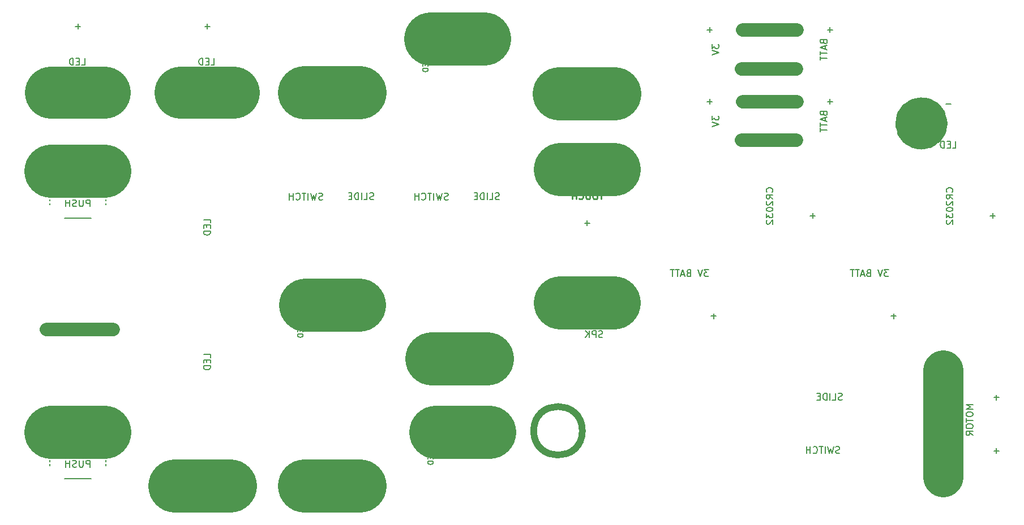
<source format=gbo>
G04 #@! TF.FileFunction,Legend,Bot*
%FSLAX46Y46*%
G04 Gerber Fmt 4.6, Leading zero omitted, Abs format (unit mm)*
G04 Created by KiCad (PCBNEW 4.0.1-3.201512221402+6198~38~ubuntu14.04.1-stable) date Thu 03 Mar 2016 09:20:13 PM PST*
%MOMM*%
G01*
G04 APERTURE LIST*
%ADD10C,0.100000*%
%ADD11C,8.000000*%
%ADD12C,2.000000*%
%ADD13C,6.000000*%
%ADD14C,0.150000*%
%ADD15C,5.000000*%
%ADD16C,7.800000*%
%ADD17C,1.000000*%
%ADD18C,0.254000*%
G04 APERTURE END LIST*
D10*
D11*
X130336000Y-95731000D02*
X138636000Y-95731000D01*
D12*
X176805000Y-57230000D02*
X185005000Y-57230000D01*
X176705000Y-63030000D02*
X184905000Y-63030000D01*
D11*
X149586000Y-87366000D02*
X157586000Y-87366000D01*
X149586000Y-67366000D02*
X157586000Y-67366000D01*
X149386000Y-56051000D02*
X157686000Y-56051000D01*
X111291000Y-114781000D02*
X119591000Y-114781000D01*
X111291000Y-55926000D02*
X119591000Y-55926000D01*
D13*
X206802000Y-113464000D02*
X206802000Y-97464000D01*
D11*
X138221000Y-47876000D02*
X130221000Y-47876000D01*
D14*
X73201000Y-109731000D02*
X73201000Y-109931000D01*
X75394400Y-107731000D02*
X79394400Y-107731000D01*
X75394400Y-113745200D02*
X79394400Y-113745200D01*
X73201000Y-110331000D02*
X73201000Y-110531000D01*
X73201000Y-110931000D02*
X73201000Y-111131000D01*
X73201000Y-111531000D02*
X73201000Y-111731000D01*
X81601000Y-110931000D02*
X81601000Y-111131000D01*
X81601000Y-109731000D02*
X81601000Y-109931000D01*
X81601000Y-110331000D02*
X81601000Y-110531000D01*
X81601000Y-111531000D02*
X81601000Y-111731000D01*
D11*
X73401000Y-106731000D02*
X81401000Y-106731000D01*
D14*
X73201000Y-70681000D02*
X73201000Y-70881000D01*
X75394400Y-68681000D02*
X79394400Y-68681000D01*
X75394400Y-74695200D02*
X79394400Y-74695200D01*
X73201000Y-71281000D02*
X73201000Y-71481000D01*
X73201000Y-71881000D02*
X73201000Y-72081000D01*
X73201000Y-72481000D02*
X73201000Y-72681000D01*
X81601000Y-71881000D02*
X81601000Y-72081000D01*
X81601000Y-70681000D02*
X81601000Y-70881000D01*
X81601000Y-71281000D02*
X81601000Y-71481000D01*
X81601000Y-72481000D02*
X81601000Y-72681000D01*
D11*
X73401000Y-67681000D02*
X81401000Y-67681000D01*
X91931000Y-114781000D02*
X100231000Y-114781000D01*
D15*
X204985214Y-60490000D02*
G75*
G03X204985214Y-60490000I-1414214J0D01*
G01*
D11*
X138983000Y-106731000D02*
X130983000Y-106731000D01*
X119496000Y-87681000D02*
X111496000Y-87681000D01*
D12*
X176805000Y-46500000D02*
X185005000Y-46500000D01*
X176705000Y-52300000D02*
X184905000Y-52300000D01*
D16*
X73396000Y-55876000D02*
X81396000Y-55876000D01*
X92761000Y-55876000D02*
X100761000Y-55876000D01*
D12*
X72716000Y-91366000D02*
X82716000Y-91366000D01*
D17*
X152855055Y-106542000D02*
G75*
G03X152855055Y-106542000I-3640055J0D01*
G01*
D14*
X190285952Y-57201429D02*
X189524047Y-57201429D01*
X189904999Y-57582381D02*
X189904999Y-56820476D01*
X172285952Y-57201429D02*
X171524047Y-57201429D01*
X171904999Y-57582381D02*
X171904999Y-56820476D01*
X188933571Y-59010953D02*
X188981190Y-59153810D01*
X189028810Y-59201429D01*
X189124048Y-59249048D01*
X189266905Y-59249048D01*
X189362143Y-59201429D01*
X189409762Y-59153810D01*
X189457381Y-59058572D01*
X189457381Y-58677619D01*
X188457381Y-58677619D01*
X188457381Y-59010953D01*
X188505000Y-59106191D01*
X188552619Y-59153810D01*
X188647857Y-59201429D01*
X188743095Y-59201429D01*
X188838333Y-59153810D01*
X188885952Y-59106191D01*
X188933571Y-59010953D01*
X188933571Y-58677619D01*
X189171667Y-59630000D02*
X189171667Y-60106191D01*
X189457381Y-59534762D02*
X188457381Y-59868095D01*
X189457381Y-60201429D01*
X188457381Y-60391905D02*
X188457381Y-60963334D01*
X189457381Y-60677619D02*
X188457381Y-60677619D01*
X188457381Y-61153810D02*
X188457381Y-61725239D01*
X189457381Y-61439524D02*
X188457381Y-61439524D01*
X172257381Y-59368095D02*
X172257381Y-59987143D01*
X172638333Y-59653809D01*
X172638333Y-59796667D01*
X172685952Y-59891905D01*
X172733571Y-59939524D01*
X172828810Y-59987143D01*
X173066905Y-59987143D01*
X173162143Y-59939524D01*
X173209762Y-59891905D01*
X173257381Y-59796667D01*
X173257381Y-59510952D01*
X173209762Y-59415714D01*
X173162143Y-59368095D01*
X172257381Y-60272857D02*
X173257381Y-60606190D01*
X172257381Y-60939524D01*
X155871714Y-92520762D02*
X155728857Y-92568381D01*
X155490761Y-92568381D01*
X155395523Y-92520762D01*
X155347904Y-92473143D01*
X155300285Y-92377905D01*
X155300285Y-92282667D01*
X155347904Y-92187429D01*
X155395523Y-92139810D01*
X155490761Y-92092190D01*
X155681238Y-92044571D01*
X155776476Y-91996952D01*
X155824095Y-91949333D01*
X155871714Y-91854095D01*
X155871714Y-91758857D01*
X155824095Y-91663619D01*
X155776476Y-91616000D01*
X155681238Y-91568381D01*
X155443142Y-91568381D01*
X155300285Y-91616000D01*
X154871714Y-92568381D02*
X154871714Y-91568381D01*
X154490761Y-91568381D01*
X154395523Y-91616000D01*
X154347904Y-91663619D01*
X154300285Y-91758857D01*
X154300285Y-91901714D01*
X154347904Y-91996952D01*
X154395523Y-92044571D01*
X154490761Y-92092190D01*
X154871714Y-92092190D01*
X153871714Y-92568381D02*
X153871714Y-91568381D01*
X153300285Y-92568381D02*
X153728857Y-91996952D01*
X153300285Y-91568381D02*
X153871714Y-92139810D01*
D18*
X155980857Y-70809619D02*
X155400286Y-70809619D01*
X155690571Y-71825619D02*
X155690571Y-70809619D01*
X154868095Y-70809619D02*
X154674572Y-70809619D01*
X154577810Y-70858000D01*
X154481048Y-70954762D01*
X154432667Y-71148286D01*
X154432667Y-71486952D01*
X154481048Y-71680476D01*
X154577810Y-71777238D01*
X154674572Y-71825619D01*
X154868095Y-71825619D01*
X154964857Y-71777238D01*
X155061619Y-71680476D01*
X155110000Y-71486952D01*
X155110000Y-71148286D01*
X155061619Y-70954762D01*
X154964857Y-70858000D01*
X154868095Y-70809619D01*
X153997238Y-70809619D02*
X153997238Y-71632095D01*
X153948857Y-71728857D01*
X153900476Y-71777238D01*
X153803714Y-71825619D01*
X153610191Y-71825619D01*
X153513429Y-71777238D01*
X153465048Y-71728857D01*
X153416667Y-71632095D01*
X153416667Y-70809619D01*
X152352286Y-71728857D02*
X152400667Y-71777238D01*
X152545810Y-71825619D01*
X152642572Y-71825619D01*
X152787714Y-71777238D01*
X152884476Y-71680476D01*
X152932857Y-71583714D01*
X152981238Y-71390190D01*
X152981238Y-71245048D01*
X152932857Y-71051524D01*
X152884476Y-70954762D01*
X152787714Y-70858000D01*
X152642572Y-70809619D01*
X152545810Y-70809619D01*
X152400667Y-70858000D01*
X152352286Y-70906381D01*
X151916857Y-71825619D02*
X151916857Y-70809619D01*
X151916857Y-71293429D02*
X151336286Y-71293429D01*
X151336286Y-71825619D02*
X151336286Y-70809619D01*
D14*
X153966952Y-75437429D02*
X153205047Y-75437429D01*
X153585999Y-75818381D02*
X153585999Y-75056476D01*
X153966952Y-67437429D02*
X153205047Y-67437429D01*
X153585999Y-67818381D02*
X153585999Y-67056476D01*
X140432905Y-71860762D02*
X140290048Y-71908381D01*
X140051952Y-71908381D01*
X139956714Y-71860762D01*
X139909095Y-71813143D01*
X139861476Y-71717905D01*
X139861476Y-71622667D01*
X139909095Y-71527429D01*
X139956714Y-71479810D01*
X140051952Y-71432190D01*
X140242429Y-71384571D01*
X140337667Y-71336952D01*
X140385286Y-71289333D01*
X140432905Y-71194095D01*
X140432905Y-71098857D01*
X140385286Y-71003619D01*
X140337667Y-70956000D01*
X140242429Y-70908381D01*
X140004333Y-70908381D01*
X139861476Y-70956000D01*
X138956714Y-71908381D02*
X139432905Y-71908381D01*
X139432905Y-70908381D01*
X138623381Y-71908381D02*
X138623381Y-70908381D01*
X138147191Y-71908381D02*
X138147191Y-70908381D01*
X137909096Y-70908381D01*
X137766238Y-70956000D01*
X137671000Y-71051238D01*
X137623381Y-71146476D01*
X137575762Y-71336952D01*
X137575762Y-71479810D01*
X137623381Y-71670286D01*
X137671000Y-71765524D01*
X137766238Y-71860762D01*
X137909096Y-71908381D01*
X138147191Y-71908381D01*
X137147191Y-71384571D02*
X136813857Y-71384571D01*
X136671000Y-71908381D02*
X137147191Y-71908381D01*
X137147191Y-70908381D01*
X136671000Y-70908381D01*
X132771000Y-71885762D02*
X132628143Y-71933381D01*
X132390047Y-71933381D01*
X132294809Y-71885762D01*
X132247190Y-71838143D01*
X132199571Y-71742905D01*
X132199571Y-71647667D01*
X132247190Y-71552429D01*
X132294809Y-71504810D01*
X132390047Y-71457190D01*
X132580524Y-71409571D01*
X132675762Y-71361952D01*
X132723381Y-71314333D01*
X132771000Y-71219095D01*
X132771000Y-71123857D01*
X132723381Y-71028619D01*
X132675762Y-70981000D01*
X132580524Y-70933381D01*
X132342428Y-70933381D01*
X132199571Y-70981000D01*
X131866238Y-70933381D02*
X131628143Y-71933381D01*
X131437666Y-71219095D01*
X131247190Y-71933381D01*
X131009095Y-70933381D01*
X130628143Y-71933381D02*
X130628143Y-70933381D01*
X130294810Y-70933381D02*
X129723381Y-70933381D01*
X130009096Y-71933381D02*
X130009096Y-70933381D01*
X128818619Y-71838143D02*
X128866238Y-71885762D01*
X129009095Y-71933381D01*
X129104333Y-71933381D01*
X129247191Y-71885762D01*
X129342429Y-71790524D01*
X129390048Y-71695286D01*
X129437667Y-71504810D01*
X129437667Y-71361952D01*
X129390048Y-71171476D01*
X129342429Y-71076238D01*
X129247191Y-70981000D01*
X129104333Y-70933381D01*
X129009095Y-70933381D01*
X128866238Y-70981000D01*
X128818619Y-71028619D01*
X128390048Y-71933381D02*
X128390048Y-70933381D01*
X128390048Y-71409571D02*
X127818619Y-71409571D01*
X127818619Y-71933381D02*
X127818619Y-70933381D01*
X191695905Y-101868762D02*
X191553048Y-101916381D01*
X191314952Y-101916381D01*
X191219714Y-101868762D01*
X191172095Y-101821143D01*
X191124476Y-101725905D01*
X191124476Y-101630667D01*
X191172095Y-101535429D01*
X191219714Y-101487810D01*
X191314952Y-101440190D01*
X191505429Y-101392571D01*
X191600667Y-101344952D01*
X191648286Y-101297333D01*
X191695905Y-101202095D01*
X191695905Y-101106857D01*
X191648286Y-101011619D01*
X191600667Y-100964000D01*
X191505429Y-100916381D01*
X191267333Y-100916381D01*
X191124476Y-100964000D01*
X190219714Y-101916381D02*
X190695905Y-101916381D01*
X190695905Y-100916381D01*
X189886381Y-101916381D02*
X189886381Y-100916381D01*
X189410191Y-101916381D02*
X189410191Y-100916381D01*
X189172096Y-100916381D01*
X189029238Y-100964000D01*
X188934000Y-101059238D01*
X188886381Y-101154476D01*
X188838762Y-101344952D01*
X188838762Y-101487810D01*
X188886381Y-101678286D01*
X188934000Y-101773524D01*
X189029238Y-101868762D01*
X189172096Y-101916381D01*
X189410191Y-101916381D01*
X188410191Y-101392571D02*
X188076857Y-101392571D01*
X187934000Y-101916381D02*
X188410191Y-101916381D01*
X188410191Y-100916381D01*
X187934000Y-100916381D01*
X191334000Y-109868762D02*
X191191143Y-109916381D01*
X190953047Y-109916381D01*
X190857809Y-109868762D01*
X190810190Y-109821143D01*
X190762571Y-109725905D01*
X190762571Y-109630667D01*
X190810190Y-109535429D01*
X190857809Y-109487810D01*
X190953047Y-109440190D01*
X191143524Y-109392571D01*
X191238762Y-109344952D01*
X191286381Y-109297333D01*
X191334000Y-109202095D01*
X191334000Y-109106857D01*
X191286381Y-109011619D01*
X191238762Y-108964000D01*
X191143524Y-108916381D01*
X190905428Y-108916381D01*
X190762571Y-108964000D01*
X190429238Y-108916381D02*
X190191143Y-109916381D01*
X190000666Y-109202095D01*
X189810190Y-109916381D01*
X189572095Y-108916381D01*
X189191143Y-109916381D02*
X189191143Y-108916381D01*
X188857810Y-108916381D02*
X188286381Y-108916381D01*
X188572096Y-109916381D02*
X188572096Y-108916381D01*
X187381619Y-109821143D02*
X187429238Y-109868762D01*
X187572095Y-109916381D01*
X187667333Y-109916381D01*
X187810191Y-109868762D01*
X187905429Y-109773524D01*
X187953048Y-109678286D01*
X188000667Y-109487810D01*
X188000667Y-109344952D01*
X187953048Y-109154476D01*
X187905429Y-109059238D01*
X187810191Y-108964000D01*
X187667333Y-108916381D01*
X187572095Y-108916381D01*
X187429238Y-108964000D01*
X187381619Y-109011619D01*
X186953048Y-109916381D02*
X186953048Y-108916381D01*
X186953048Y-109392571D02*
X186381619Y-109392571D01*
X186381619Y-109916381D02*
X186381619Y-108916381D01*
X121652905Y-71860762D02*
X121510048Y-71908381D01*
X121271952Y-71908381D01*
X121176714Y-71860762D01*
X121129095Y-71813143D01*
X121081476Y-71717905D01*
X121081476Y-71622667D01*
X121129095Y-71527429D01*
X121176714Y-71479810D01*
X121271952Y-71432190D01*
X121462429Y-71384571D01*
X121557667Y-71336952D01*
X121605286Y-71289333D01*
X121652905Y-71194095D01*
X121652905Y-71098857D01*
X121605286Y-71003619D01*
X121557667Y-70956000D01*
X121462429Y-70908381D01*
X121224333Y-70908381D01*
X121081476Y-70956000D01*
X120176714Y-71908381D02*
X120652905Y-71908381D01*
X120652905Y-70908381D01*
X119843381Y-71908381D02*
X119843381Y-70908381D01*
X119367191Y-71908381D02*
X119367191Y-70908381D01*
X119129096Y-70908381D01*
X118986238Y-70956000D01*
X118891000Y-71051238D01*
X118843381Y-71146476D01*
X118795762Y-71336952D01*
X118795762Y-71479810D01*
X118843381Y-71670286D01*
X118891000Y-71765524D01*
X118986238Y-71860762D01*
X119129096Y-71908381D01*
X119367191Y-71908381D01*
X118367191Y-71384571D02*
X118033857Y-71384571D01*
X117891000Y-71908381D02*
X118367191Y-71908381D01*
X118367191Y-70908381D01*
X117891000Y-70908381D01*
X113991000Y-71885762D02*
X113848143Y-71933381D01*
X113610047Y-71933381D01*
X113514809Y-71885762D01*
X113467190Y-71838143D01*
X113419571Y-71742905D01*
X113419571Y-71647667D01*
X113467190Y-71552429D01*
X113514809Y-71504810D01*
X113610047Y-71457190D01*
X113800524Y-71409571D01*
X113895762Y-71361952D01*
X113943381Y-71314333D01*
X113991000Y-71219095D01*
X113991000Y-71123857D01*
X113943381Y-71028619D01*
X113895762Y-70981000D01*
X113800524Y-70933381D01*
X113562428Y-70933381D01*
X113419571Y-70981000D01*
X113086238Y-70933381D02*
X112848143Y-71933381D01*
X112657666Y-71219095D01*
X112467190Y-71933381D01*
X112229095Y-70933381D01*
X111848143Y-71933381D02*
X111848143Y-70933381D01*
X111514810Y-70933381D02*
X110943381Y-70933381D01*
X111229096Y-71933381D02*
X111229096Y-70933381D01*
X110038619Y-71838143D02*
X110086238Y-71885762D01*
X110229095Y-71933381D01*
X110324333Y-71933381D01*
X110467191Y-71885762D01*
X110562429Y-71790524D01*
X110610048Y-71695286D01*
X110657667Y-71504810D01*
X110657667Y-71361952D01*
X110610048Y-71171476D01*
X110562429Y-71076238D01*
X110467191Y-70981000D01*
X110324333Y-70933381D01*
X110229095Y-70933381D01*
X110086238Y-70981000D01*
X110038619Y-71028619D01*
X109610048Y-71933381D02*
X109610048Y-70933381D01*
X109610048Y-71409571D02*
X109038619Y-71409571D01*
X109038619Y-71933381D02*
X109038619Y-70933381D01*
X211254381Y-102627095D02*
X210254381Y-102627095D01*
X210968667Y-102960429D01*
X210254381Y-103293762D01*
X211254381Y-103293762D01*
X210254381Y-103960428D02*
X210254381Y-104150905D01*
X210302000Y-104246143D01*
X210397238Y-104341381D01*
X210587714Y-104389000D01*
X210921048Y-104389000D01*
X211111524Y-104341381D01*
X211206762Y-104246143D01*
X211254381Y-104150905D01*
X211254381Y-103960428D01*
X211206762Y-103865190D01*
X211111524Y-103769952D01*
X210921048Y-103722333D01*
X210587714Y-103722333D01*
X210397238Y-103769952D01*
X210302000Y-103865190D01*
X210254381Y-103960428D01*
X210254381Y-104674714D02*
X210254381Y-105246143D01*
X211254381Y-104960428D02*
X210254381Y-104960428D01*
X210254381Y-105769952D02*
X210254381Y-105960429D01*
X210302000Y-106055667D01*
X210397238Y-106150905D01*
X210587714Y-106198524D01*
X210921048Y-106198524D01*
X211111524Y-106150905D01*
X211206762Y-106055667D01*
X211254381Y-105960429D01*
X211254381Y-105769952D01*
X211206762Y-105674714D01*
X211111524Y-105579476D01*
X210921048Y-105531857D01*
X210587714Y-105531857D01*
X210397238Y-105579476D01*
X210302000Y-105674714D01*
X210254381Y-105769952D01*
X211254381Y-107198524D02*
X210778190Y-106865190D01*
X211254381Y-106627095D02*
X210254381Y-106627095D01*
X210254381Y-107008048D01*
X210302000Y-107103286D01*
X210349619Y-107150905D01*
X210444857Y-107198524D01*
X210587714Y-107198524D01*
X210682952Y-107150905D01*
X210730571Y-107103286D01*
X210778190Y-107008048D01*
X210778190Y-106627095D01*
X215182952Y-109535429D02*
X214421047Y-109535429D01*
X214801999Y-109916381D02*
X214801999Y-109154476D01*
X215182952Y-101535429D02*
X214421047Y-101535429D01*
X214801999Y-101916381D02*
X214801999Y-101154476D01*
X129782905Y-51261715D02*
X129782905Y-50880762D01*
X128982905Y-50880762D01*
X129363857Y-51528381D02*
X129363857Y-51795048D01*
X129782905Y-51909334D02*
X129782905Y-51528381D01*
X128982905Y-51528381D01*
X128982905Y-51909334D01*
X129782905Y-52252191D02*
X128982905Y-52252191D01*
X128982905Y-52442667D01*
X129021000Y-52556953D01*
X129097190Y-52633144D01*
X129173381Y-52671239D01*
X129325762Y-52709334D01*
X129440048Y-52709334D01*
X129592429Y-52671239D01*
X129668619Y-52633144D01*
X129744810Y-52556953D01*
X129782905Y-52442667D01*
X129782905Y-52252191D01*
X79186714Y-111983381D02*
X79186714Y-110983381D01*
X78805761Y-110983381D01*
X78710523Y-111031000D01*
X78662904Y-111078619D01*
X78615285Y-111173857D01*
X78615285Y-111316714D01*
X78662904Y-111411952D01*
X78710523Y-111459571D01*
X78805761Y-111507190D01*
X79186714Y-111507190D01*
X78186714Y-110983381D02*
X78186714Y-111792905D01*
X78139095Y-111888143D01*
X78091476Y-111935762D01*
X77996238Y-111983381D01*
X77805761Y-111983381D01*
X77710523Y-111935762D01*
X77662904Y-111888143D01*
X77615285Y-111792905D01*
X77615285Y-110983381D01*
X77186714Y-111935762D02*
X77043857Y-111983381D01*
X76805761Y-111983381D01*
X76710523Y-111935762D01*
X76662904Y-111888143D01*
X76615285Y-111792905D01*
X76615285Y-111697667D01*
X76662904Y-111602429D01*
X76710523Y-111554810D01*
X76805761Y-111507190D01*
X76996238Y-111459571D01*
X77091476Y-111411952D01*
X77139095Y-111364333D01*
X77186714Y-111269095D01*
X77186714Y-111173857D01*
X77139095Y-111078619D01*
X77091476Y-111031000D01*
X76996238Y-110983381D01*
X76758142Y-110983381D01*
X76615285Y-111031000D01*
X76186714Y-111983381D02*
X76186714Y-110983381D01*
X76186714Y-111459571D02*
X75615285Y-111459571D01*
X75615285Y-111983381D02*
X75615285Y-110983381D01*
X79186714Y-72933381D02*
X79186714Y-71933381D01*
X78805761Y-71933381D01*
X78710523Y-71981000D01*
X78662904Y-72028619D01*
X78615285Y-72123857D01*
X78615285Y-72266714D01*
X78662904Y-72361952D01*
X78710523Y-72409571D01*
X78805761Y-72457190D01*
X79186714Y-72457190D01*
X78186714Y-71933381D02*
X78186714Y-72742905D01*
X78139095Y-72838143D01*
X78091476Y-72885762D01*
X77996238Y-72933381D01*
X77805761Y-72933381D01*
X77710523Y-72885762D01*
X77662904Y-72838143D01*
X77615285Y-72742905D01*
X77615285Y-71933381D01*
X77186714Y-72885762D02*
X77043857Y-72933381D01*
X76805761Y-72933381D01*
X76710523Y-72885762D01*
X76662904Y-72838143D01*
X76615285Y-72742905D01*
X76615285Y-72647667D01*
X76662904Y-72552429D01*
X76710523Y-72504810D01*
X76805761Y-72457190D01*
X76996238Y-72409571D01*
X77091476Y-72361952D01*
X77139095Y-72314333D01*
X77186714Y-72219095D01*
X77186714Y-72123857D01*
X77139095Y-72028619D01*
X77091476Y-71981000D01*
X76996238Y-71933381D01*
X76758142Y-71933381D01*
X76615285Y-71981000D01*
X76186714Y-72933381D02*
X76186714Y-71933381D01*
X76186714Y-72409571D02*
X75615285Y-72409571D01*
X75615285Y-72933381D02*
X75615285Y-71933381D01*
X208213857Y-64142381D02*
X208690048Y-64142381D01*
X208690048Y-63142381D01*
X207880524Y-63618571D02*
X207547190Y-63618571D01*
X207404333Y-64142381D02*
X207880524Y-64142381D01*
X207880524Y-63142381D01*
X207404333Y-63142381D01*
X206975762Y-64142381D02*
X206975762Y-63142381D01*
X206737667Y-63142381D01*
X206594809Y-63190000D01*
X206499571Y-63285238D01*
X206451952Y-63380476D01*
X206404333Y-63570952D01*
X206404333Y-63713810D01*
X206451952Y-63904286D01*
X206499571Y-63999524D01*
X206594809Y-64094762D01*
X206737667Y-64142381D01*
X206975762Y-64142381D01*
X207951952Y-57561429D02*
X207190047Y-57561429D01*
X130544905Y-110116715D02*
X130544905Y-109735762D01*
X129744905Y-109735762D01*
X130125857Y-110383381D02*
X130125857Y-110650048D01*
X130544905Y-110764334D02*
X130544905Y-110383381D01*
X129744905Y-110383381D01*
X129744905Y-110764334D01*
X130544905Y-111107191D02*
X129744905Y-111107191D01*
X129744905Y-111297667D01*
X129783000Y-111411953D01*
X129859190Y-111488144D01*
X129935381Y-111526239D01*
X130087762Y-111564334D01*
X130202048Y-111564334D01*
X130354429Y-111526239D01*
X130430619Y-111488144D01*
X130506810Y-111411953D01*
X130544905Y-111297667D01*
X130544905Y-111107191D01*
X111057905Y-91066715D02*
X111057905Y-90685762D01*
X110257905Y-90685762D01*
X110638857Y-91333381D02*
X110638857Y-91600048D01*
X111057905Y-91714334D02*
X111057905Y-91333381D01*
X110257905Y-91333381D01*
X110257905Y-91714334D01*
X111057905Y-92057191D02*
X110257905Y-92057191D01*
X110257905Y-92247667D01*
X110296000Y-92361953D01*
X110372190Y-92438144D01*
X110448381Y-92476239D01*
X110600762Y-92514334D01*
X110715048Y-92514334D01*
X110867429Y-92476239D01*
X110943619Y-92438144D01*
X111019810Y-92361953D01*
X111057905Y-92247667D01*
X111057905Y-92057191D01*
X190285952Y-46471429D02*
X189524047Y-46471429D01*
X189904999Y-46852381D02*
X189904999Y-46090476D01*
X172285952Y-46471429D02*
X171524047Y-46471429D01*
X171904999Y-46852381D02*
X171904999Y-46090476D01*
X188933571Y-48280953D02*
X188981190Y-48423810D01*
X189028810Y-48471429D01*
X189124048Y-48519048D01*
X189266905Y-48519048D01*
X189362143Y-48471429D01*
X189409762Y-48423810D01*
X189457381Y-48328572D01*
X189457381Y-47947619D01*
X188457381Y-47947619D01*
X188457381Y-48280953D01*
X188505000Y-48376191D01*
X188552619Y-48423810D01*
X188647857Y-48471429D01*
X188743095Y-48471429D01*
X188838333Y-48423810D01*
X188885952Y-48376191D01*
X188933571Y-48280953D01*
X188933571Y-47947619D01*
X189171667Y-48900000D02*
X189171667Y-49376191D01*
X189457381Y-48804762D02*
X188457381Y-49138095D01*
X189457381Y-49471429D01*
X188457381Y-49661905D02*
X188457381Y-50233334D01*
X189457381Y-49947619D02*
X188457381Y-49947619D01*
X188457381Y-50423810D02*
X188457381Y-50995239D01*
X189457381Y-50709524D02*
X188457381Y-50709524D01*
X172257381Y-48638095D02*
X172257381Y-49257143D01*
X172638333Y-48923809D01*
X172638333Y-49066667D01*
X172685952Y-49161905D01*
X172733571Y-49209524D01*
X172828810Y-49257143D01*
X173066905Y-49257143D01*
X173162143Y-49209524D01*
X173209762Y-49161905D01*
X173257381Y-49066667D01*
X173257381Y-48780952D01*
X173209762Y-48685714D01*
X173162143Y-48638095D01*
X172257381Y-49542857D02*
X173257381Y-49876190D01*
X172257381Y-50209524D01*
X97213381Y-75388143D02*
X97213381Y-74911952D01*
X96213381Y-74911952D01*
X96689571Y-75721476D02*
X96689571Y-76054810D01*
X97213381Y-76197667D02*
X97213381Y-75721476D01*
X96213381Y-75721476D01*
X96213381Y-76197667D01*
X97213381Y-76626238D02*
X96213381Y-76626238D01*
X96213381Y-76864333D01*
X96261000Y-77007191D01*
X96356238Y-77102429D01*
X96451476Y-77150048D01*
X96641952Y-77197667D01*
X96784810Y-77197667D01*
X96975286Y-77150048D01*
X97070524Y-77102429D01*
X97165762Y-77007191D01*
X97213381Y-76864333D01*
X97213381Y-76626238D01*
X77938857Y-51728381D02*
X78415048Y-51728381D01*
X78415048Y-50728381D01*
X77605524Y-51204571D02*
X77272190Y-51204571D01*
X77129333Y-51728381D02*
X77605524Y-51728381D01*
X77605524Y-50728381D01*
X77129333Y-50728381D01*
X76700762Y-51728381D02*
X76700762Y-50728381D01*
X76462667Y-50728381D01*
X76319809Y-50776000D01*
X76224571Y-50871238D01*
X76176952Y-50966476D01*
X76129333Y-51156952D01*
X76129333Y-51299810D01*
X76176952Y-51490286D01*
X76224571Y-51585524D01*
X76319809Y-51680762D01*
X76462667Y-51728381D01*
X76700762Y-51728381D01*
X77776952Y-45947429D02*
X77015047Y-45947429D01*
X77395999Y-46328381D02*
X77395999Y-45566476D01*
X97303857Y-51728381D02*
X97780048Y-51728381D01*
X97780048Y-50728381D01*
X96970524Y-51204571D02*
X96637190Y-51204571D01*
X96494333Y-51728381D02*
X96970524Y-51728381D01*
X96970524Y-50728381D01*
X96494333Y-50728381D01*
X96065762Y-51728381D02*
X96065762Y-50728381D01*
X95827667Y-50728381D01*
X95684809Y-50776000D01*
X95589571Y-50871238D01*
X95541952Y-50966476D01*
X95494333Y-51156952D01*
X95494333Y-51299810D01*
X95541952Y-51490286D01*
X95589571Y-51585524D01*
X95684809Y-51680762D01*
X95827667Y-51728381D01*
X96065762Y-51728381D01*
X97141952Y-45947429D02*
X96380047Y-45947429D01*
X96760999Y-46328381D02*
X96760999Y-45566476D01*
X97213381Y-95578143D02*
X97213381Y-95101952D01*
X96213381Y-95101952D01*
X96689571Y-95911476D02*
X96689571Y-96244810D01*
X97213381Y-96387667D02*
X97213381Y-95911476D01*
X96213381Y-95911476D01*
X96213381Y-96387667D01*
X97213381Y-96816238D02*
X96213381Y-96816238D01*
X96213381Y-97054333D01*
X96261000Y-97197191D01*
X96356238Y-97292429D01*
X96451476Y-97340048D01*
X96641952Y-97387667D01*
X96784810Y-97387667D01*
X96975286Y-97340048D01*
X97070524Y-97292429D01*
X97165762Y-97197191D01*
X97213381Y-97054333D01*
X97213381Y-96816238D01*
X181262143Y-70764762D02*
X181309762Y-70717143D01*
X181357381Y-70574286D01*
X181357381Y-70479048D01*
X181309762Y-70336190D01*
X181214524Y-70240952D01*
X181119286Y-70193333D01*
X180928810Y-70145714D01*
X180785952Y-70145714D01*
X180595476Y-70193333D01*
X180500238Y-70240952D01*
X180405000Y-70336190D01*
X180357381Y-70479048D01*
X180357381Y-70574286D01*
X180405000Y-70717143D01*
X180452619Y-70764762D01*
X181357381Y-71764762D02*
X180881190Y-71431428D01*
X181357381Y-71193333D02*
X180357381Y-71193333D01*
X180357381Y-71574286D01*
X180405000Y-71669524D01*
X180452619Y-71717143D01*
X180547857Y-71764762D01*
X180690714Y-71764762D01*
X180785952Y-71717143D01*
X180833571Y-71669524D01*
X180881190Y-71574286D01*
X180881190Y-71193333D01*
X180452619Y-72145714D02*
X180405000Y-72193333D01*
X180357381Y-72288571D01*
X180357381Y-72526667D01*
X180405000Y-72621905D01*
X180452619Y-72669524D01*
X180547857Y-72717143D01*
X180643095Y-72717143D01*
X180785952Y-72669524D01*
X181357381Y-72098095D01*
X181357381Y-72717143D01*
X180357381Y-73336190D02*
X180357381Y-73431429D01*
X180405000Y-73526667D01*
X180452619Y-73574286D01*
X180547857Y-73621905D01*
X180738333Y-73669524D01*
X180976429Y-73669524D01*
X181166905Y-73621905D01*
X181262143Y-73574286D01*
X181309762Y-73526667D01*
X181357381Y-73431429D01*
X181357381Y-73336190D01*
X181309762Y-73240952D01*
X181262143Y-73193333D01*
X181166905Y-73145714D01*
X180976429Y-73098095D01*
X180738333Y-73098095D01*
X180547857Y-73145714D01*
X180452619Y-73193333D01*
X180405000Y-73240952D01*
X180357381Y-73336190D01*
X180357381Y-74002857D02*
X180357381Y-74621905D01*
X180738333Y-74288571D01*
X180738333Y-74431429D01*
X180785952Y-74526667D01*
X180833571Y-74574286D01*
X180928810Y-74621905D01*
X181166905Y-74621905D01*
X181262143Y-74574286D01*
X181309762Y-74526667D01*
X181357381Y-74431429D01*
X181357381Y-74145714D01*
X181309762Y-74050476D01*
X181262143Y-74002857D01*
X180452619Y-75002857D02*
X180405000Y-75050476D01*
X180357381Y-75145714D01*
X180357381Y-75383810D01*
X180405000Y-75479048D01*
X180452619Y-75526667D01*
X180547857Y-75574286D01*
X180643095Y-75574286D01*
X180785952Y-75526667D01*
X181357381Y-74955238D01*
X181357381Y-75574286D01*
X171738334Y-82412381D02*
X171119286Y-82412381D01*
X171452620Y-82793333D01*
X171309762Y-82793333D01*
X171214524Y-82840952D01*
X171166905Y-82888571D01*
X171119286Y-82983810D01*
X171119286Y-83221905D01*
X171166905Y-83317143D01*
X171214524Y-83364762D01*
X171309762Y-83412381D01*
X171595477Y-83412381D01*
X171690715Y-83364762D01*
X171738334Y-83317143D01*
X170833572Y-82412381D02*
X170500239Y-83412381D01*
X170166905Y-82412381D01*
X168738333Y-82888571D02*
X168595476Y-82936190D01*
X168547857Y-82983810D01*
X168500238Y-83079048D01*
X168500238Y-83221905D01*
X168547857Y-83317143D01*
X168595476Y-83364762D01*
X168690714Y-83412381D01*
X169071667Y-83412381D01*
X169071667Y-82412381D01*
X168738333Y-82412381D01*
X168643095Y-82460000D01*
X168595476Y-82507619D01*
X168547857Y-82602857D01*
X168547857Y-82698095D01*
X168595476Y-82793333D01*
X168643095Y-82840952D01*
X168738333Y-82888571D01*
X169071667Y-82888571D01*
X168119286Y-83126667D02*
X167643095Y-83126667D01*
X168214524Y-83412381D02*
X167881191Y-82412381D01*
X167547857Y-83412381D01*
X167357381Y-82412381D02*
X166785952Y-82412381D01*
X167071667Y-83412381D02*
X167071667Y-82412381D01*
X166595476Y-82412381D02*
X166024047Y-82412381D01*
X166309762Y-83412381D02*
X166309762Y-82412381D01*
X187685952Y-74331429D02*
X186924047Y-74331429D01*
X187304999Y-74712381D02*
X187304999Y-73950476D01*
X172885952Y-89331429D02*
X172124047Y-89331429D01*
X172504999Y-89712381D02*
X172504999Y-88950476D01*
X208182143Y-70764762D02*
X208229762Y-70717143D01*
X208277381Y-70574286D01*
X208277381Y-70479048D01*
X208229762Y-70336190D01*
X208134524Y-70240952D01*
X208039286Y-70193333D01*
X207848810Y-70145714D01*
X207705952Y-70145714D01*
X207515476Y-70193333D01*
X207420238Y-70240952D01*
X207325000Y-70336190D01*
X207277381Y-70479048D01*
X207277381Y-70574286D01*
X207325000Y-70717143D01*
X207372619Y-70764762D01*
X208277381Y-71764762D02*
X207801190Y-71431428D01*
X208277381Y-71193333D02*
X207277381Y-71193333D01*
X207277381Y-71574286D01*
X207325000Y-71669524D01*
X207372619Y-71717143D01*
X207467857Y-71764762D01*
X207610714Y-71764762D01*
X207705952Y-71717143D01*
X207753571Y-71669524D01*
X207801190Y-71574286D01*
X207801190Y-71193333D01*
X207372619Y-72145714D02*
X207325000Y-72193333D01*
X207277381Y-72288571D01*
X207277381Y-72526667D01*
X207325000Y-72621905D01*
X207372619Y-72669524D01*
X207467857Y-72717143D01*
X207563095Y-72717143D01*
X207705952Y-72669524D01*
X208277381Y-72098095D01*
X208277381Y-72717143D01*
X207277381Y-73336190D02*
X207277381Y-73431429D01*
X207325000Y-73526667D01*
X207372619Y-73574286D01*
X207467857Y-73621905D01*
X207658333Y-73669524D01*
X207896429Y-73669524D01*
X208086905Y-73621905D01*
X208182143Y-73574286D01*
X208229762Y-73526667D01*
X208277381Y-73431429D01*
X208277381Y-73336190D01*
X208229762Y-73240952D01*
X208182143Y-73193333D01*
X208086905Y-73145714D01*
X207896429Y-73098095D01*
X207658333Y-73098095D01*
X207467857Y-73145714D01*
X207372619Y-73193333D01*
X207325000Y-73240952D01*
X207277381Y-73336190D01*
X207277381Y-74002857D02*
X207277381Y-74621905D01*
X207658333Y-74288571D01*
X207658333Y-74431429D01*
X207705952Y-74526667D01*
X207753571Y-74574286D01*
X207848810Y-74621905D01*
X208086905Y-74621905D01*
X208182143Y-74574286D01*
X208229762Y-74526667D01*
X208277381Y-74431429D01*
X208277381Y-74145714D01*
X208229762Y-74050476D01*
X208182143Y-74002857D01*
X207372619Y-75002857D02*
X207325000Y-75050476D01*
X207277381Y-75145714D01*
X207277381Y-75383810D01*
X207325000Y-75479048D01*
X207372619Y-75526667D01*
X207467857Y-75574286D01*
X207563095Y-75574286D01*
X207705952Y-75526667D01*
X208277381Y-74955238D01*
X208277381Y-75574286D01*
X198658334Y-82412381D02*
X198039286Y-82412381D01*
X198372620Y-82793333D01*
X198229762Y-82793333D01*
X198134524Y-82840952D01*
X198086905Y-82888571D01*
X198039286Y-82983810D01*
X198039286Y-83221905D01*
X198086905Y-83317143D01*
X198134524Y-83364762D01*
X198229762Y-83412381D01*
X198515477Y-83412381D01*
X198610715Y-83364762D01*
X198658334Y-83317143D01*
X197753572Y-82412381D02*
X197420239Y-83412381D01*
X197086905Y-82412381D01*
X195658333Y-82888571D02*
X195515476Y-82936190D01*
X195467857Y-82983810D01*
X195420238Y-83079048D01*
X195420238Y-83221905D01*
X195467857Y-83317143D01*
X195515476Y-83364762D01*
X195610714Y-83412381D01*
X195991667Y-83412381D01*
X195991667Y-82412381D01*
X195658333Y-82412381D01*
X195563095Y-82460000D01*
X195515476Y-82507619D01*
X195467857Y-82602857D01*
X195467857Y-82698095D01*
X195515476Y-82793333D01*
X195563095Y-82840952D01*
X195658333Y-82888571D01*
X195991667Y-82888571D01*
X195039286Y-83126667D02*
X194563095Y-83126667D01*
X195134524Y-83412381D02*
X194801191Y-82412381D01*
X194467857Y-83412381D01*
X194277381Y-82412381D02*
X193705952Y-82412381D01*
X193991667Y-83412381D02*
X193991667Y-82412381D01*
X193515476Y-82412381D02*
X192944047Y-82412381D01*
X193229762Y-83412381D02*
X193229762Y-82412381D01*
X214605952Y-74331429D02*
X213844047Y-74331429D01*
X214224999Y-74712381D02*
X214224999Y-73950476D01*
X199805952Y-89331429D02*
X199044047Y-89331429D01*
X199424999Y-89712381D02*
X199424999Y-88950476D01*
M02*

</source>
